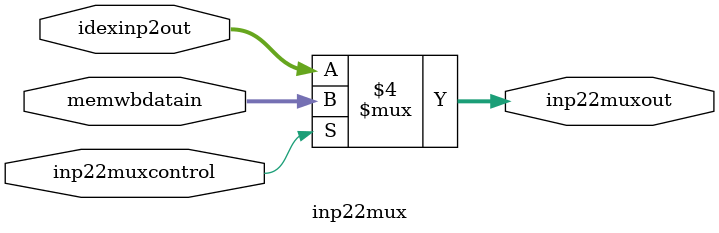
<source format=v>
`timescale 1ns / 1ps
module inp22mux(inp22muxcontrol,memwbdatain,idexinp2out,inp22muxout
    );
input wire inp22muxcontrol;
input wire [31:0] memwbdatain;
input wire [31:0] idexinp2out;
output reg [31:0] inp22muxout;

always@(*)begin
if(inp22muxcontrol==1)
inp22muxout<=memwbdatain;
else
inp22muxout<=idexinp2out;
end

endmodule

</source>
